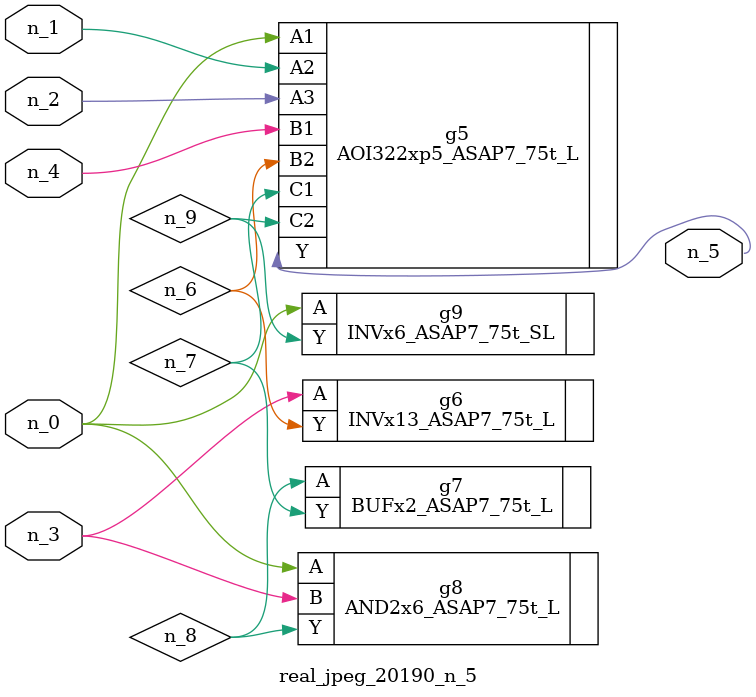
<source format=v>
module real_jpeg_20190_n_5 (n_4, n_0, n_1, n_2, n_3, n_5);

input n_4;
input n_0;
input n_1;
input n_2;
input n_3;

output n_5;

wire n_8;
wire n_6;
wire n_7;
wire n_9;

AOI322xp5_ASAP7_75t_L g5 ( 
.A1(n_0),
.A2(n_1),
.A3(n_2),
.B1(n_4),
.B2(n_6),
.C1(n_7),
.C2(n_9),
.Y(n_5)
);

AND2x6_ASAP7_75t_L g8 ( 
.A(n_0),
.B(n_3),
.Y(n_8)
);

INVx6_ASAP7_75t_SL g9 ( 
.A(n_0),
.Y(n_9)
);

INVx13_ASAP7_75t_L g6 ( 
.A(n_3),
.Y(n_6)
);

BUFx2_ASAP7_75t_L g7 ( 
.A(n_8),
.Y(n_7)
);


endmodule
</source>
